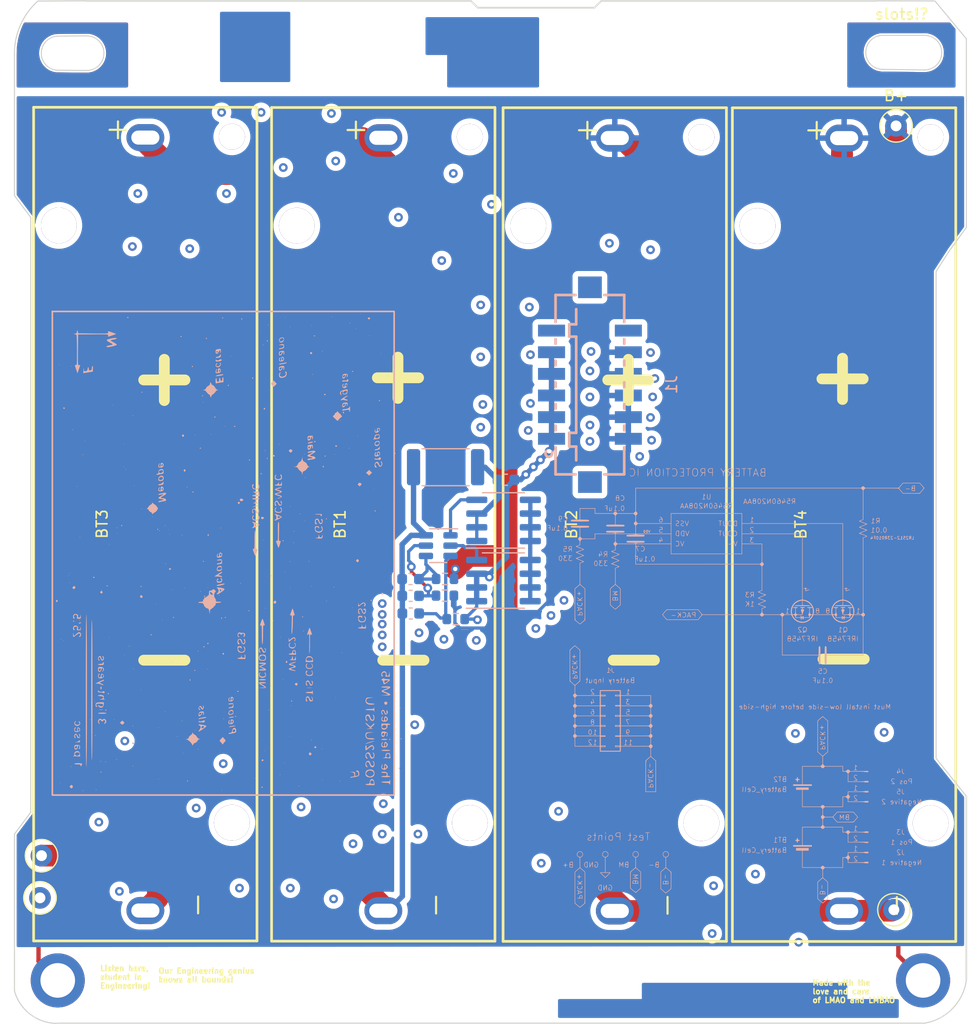
<source format=kicad_pcb>
(kicad_pcb (version 20241229) (generator "pcbnew") (generator_version "9.0")
  (layers (0 "F.Cu" signal) (4 "In1.Cu" signal) (6 "In2.Cu" signal) (2 "B.Cu" signal) (13 "F.Paste" user) (15 "B.Paste" user) (5 "F.SilkS" user "F.Silkscreen") (7 "B.SilkS" user "B.Silkscreen") (1 "F.Mask" user) (3 "B.Mask" user) (25 "Edge.Cuts" user))
  (net 0 "")
  (net 1 "Net-(C5-Pad1)")
  (net 2 "B-")
  (net 3 "Net-(U1-V-)")
  (net 4 "Net-(U1-VC)")
  (net 5 "/VDD")
  (net 6 "PACK-")
  (net 7 "BM")
  (net 8 "PACK+")
  (net 9 "Net-(Q1-G)")
  (net 10 "Net-(Q1-D-Pad5)")
  (net 11 "Net-(Q2-G)")
  (net 12 "Chassis Ground")
  (footprint "" (layer "F.Cu") (at 194.5 131.53)
    (property "Reference" "" (at 0 0 0) (layer "F.SilkS") (effects (font (size 1.27 1.27))))
    (property "Value" "" (at 0 0 0) (layer "F.SilkS") (effects (font (size 1.27 1.27))))
    (pad "1" thru_hole circle (at 0 0) (size 5 5) (drill 3.2) (layers "*.Cu" "*.Mask") (net 12 "Chassis Ground"))
  )
  (footprint "Battery Holders:BAT-TH_BH-18650-A6AJ012_MODIFICATION" (layer "F.Cu") (at 122.6 89.35 90)
    (property "Reference" "BT3" (at 0 -4 90) (layer "F.SilkS"))
    (property "Value" "Battery_Cell")
    (fp_text user "+" (at 35.05 -2.69 90) (layer "F.SilkS") (effects (font (size 2.03 2.03) (thickness 0.2)) (justify left)))
    (fp_text user "-" (at -36.59 4.72 90) (layer "F.SilkS") (effects (font (size 2.03 2.03) (thickness 0.2)) (justify left)))
    (pad "" thru_hole circle (at -27.6 8 90) (size 3.3 3.3) (drill 3.3) (layers "*.Cu" "*.Mask"))
    (pad "" thru_hole circle (at 27.6 -8 90) (size 3.3 3.3) (drill 3.3) (layers "*.Cu" "*.Mask"))
    (pad "" thru_hole circle (at 35.8 8 90) (size 2.4 2.4) (drill 2.4) (layers "*.Cu" "*.Mask"))
    (pad "1" thru_hole oval (at 35.72 0 270) (size 2.5 3.5) (drill oval 1.300023 2.60002) (layers "*.Cu" "*.Mask") (net 7 "BM"))
    (pad "2" thru_hole oval (at -35.72 0 270) (size 2.5 3.5) (drill oval 1.300023 2.60002) (layers "*.Cu" "*.Mask") (net 2 "B-"))
  )
  (footprint "TestPoint:TestPoint_Loop_D1.80mm_Drill1.0mm_Beaded" (layer "F.Cu") (at 113 120)
    (property "Reference" "TP2")
    (property "Value" "B-" (hide yes))
    (pad "1" thru_hole circle (at 0 0) (size 2 2) (drill 1) (layers "*.Cu" "*.Mask") (net 2 "B-"))
  )
  (footprint "TestPoint:TestPoint_Loop_D1.80mm_Drill1.0mm_Beaded" (layer "F.Cu") (at 192 52.55)
    (property "Reference" "TP5")
    (property "Value" "B+" (at 0 -2.8 0) (layer "F.SilkS"))
    (pad "1" thru_hole circle (at 0 0) (size 2 2) (drill 1) (layers "*.Cu" "*.Mask") (net 8 "PACK+"))
  )
  (footprint "Battery Holders:BAT-TH_BH-18650-A6AJ012_MODIFICATION" (layer "F.Cu") (at 144.6 89.37 90)
    (property "Reference" "BT1" (at 0 -4 90) (layer "F.SilkS"))
    (property "Value" "Battery_Cell")
    (fp_text user "-" (at -36.59 4.72 90) (layer "F.SilkS") (effects (font (size 2.03 2.03) (thickness 0.2)) (justify left)))
    (fp_text user "+" (at 35.05 -2.69 90) (layer "F.SilkS") (effects (font (size 2.03 2.03) (thickness 0.2)) (justify left)))
    (pad "" thru_hole circle (at -27.6 8 90) (size 3.3 3.3) (drill 3.3) (layers "*.Cu" "*.Mask"))
    (pad "" thru_hole circle (at 27.6 -8 90) (size 3.3 3.3) (drill 3.3) (layers "*.Cu" "*.Mask"))
    (pad "" thru_hole circle (at 35.8 8 90) (size 2.4 2.4) (drill 2.4) (layers "*.Cu" "*.Mask"))
    (pad "1" thru_hole oval (at 35.72 0 270) (size 2.5 3.5) (drill oval 1.300023 2.60002) (layers "*.Cu" "*.Mask") (net 7 "BM"))
    (pad "2" thru_hole oval (at -35.72 0 270) (size 2.5 3.5) (drill oval 1.300023 2.60002) (layers "*.Cu" "*.Mask") (net 2 "B-"))
  )
  (footprint "Battery Holders:BAT-TH_BH-18650-A6AJ012_MODIFICATION" (layer "F.Cu") (at 166 89.39 90)
    (property "Reference" "BT2" (at 0 -4 90) (layer "F.SilkS"))
    (property "Value" "Battery_Cell")
    (fp_text user "-" (at -36.59 4.72 90) (layer "F.SilkS") (effects (font (size 2.03 2.03) (thickness 0.2)) (justify left)))
    (fp_text user "+" (at 35.05 -2.69 90) (layer "F.SilkS") (effects (font (size 2.03 2.03) (thickness 0.2)) (justify left)))
    (pad "" thru_hole circle (at -27.6 8 90) (size 3.3 3.3) (drill 3.3) (layers "*.Cu" "*.Mask"))
    (pad "" thru_hole circle (at 27.6 -8 90) (size 3.3 3.3) (drill 3.3) (layers "*.Cu" "*.Mask"))
    (pad "" thru_hole circle (at 35.8 8 90) (size 2.4 2.4) (drill 2.4) (layers "*.Cu" "*.Mask"))
    (pad "1" thru_hole oval (at 35.72 0 270) (size 2.5 3.5) (drill oval 1.300023 2.60002) (layers "*.Cu" "*.Mask") (net 8 "PACK+"))
    (pad "2" thru_hole oval (at -35.72 0 270) (size 2.5 3.5) (drill oval 1.300023 2.60002) (layers "*.Cu" "*.Mask") (net 7 "BM"))
  )
  (footprint "" (layer "F.Cu") (at 114.5 131.53)
    (property "Reference" "" (at 0 0 0) (layer "F.SilkS") (effects (font (size 1.27 1.27))))
    (property "Value" "" (at 0 0 0) (layer "F.SilkS") (effects (font (size 1.27 1.27))))
    (pad "1" thru_hole circle (at 0 0) (size 5 5) (drill 3.2) (layers "*.Cu" "*.Mask") (net 12 "Chassis Ground"))
  )
  (footprint "TestPoint:TestPoint_Loop_D1.80mm_Drill1.0mm_Beaded" (layer "F.Cu") (at 112.86 123.9)
    (property "Reference" "TP4")
    (property "Value" "GND" (hide yes))
    (pad "1" thru_hole circle (at 0 0) (size 2 2) (drill 1) (layers "*.Cu" "*.Mask") (net 6 "PACK-"))
  )
  (footprint "TestPoint:TestPoint_Loop_D1.80mm_Drill1.0mm_Beaded" (layer "F.Cu") (at 191.8 125)
    (property "Reference" "TP3")
    (property "Value" "BM" (hide yes))
    (pad "1" thru_hole circle (at 0 0) (size 2 2) (drill 1) (layers "*.Cu" "*.Mask") (net 7 "BM"))
  )
  (footprint "Battery Holders:BAT-TH_BH-18650-A6AJ012_MODIFICATION" (layer "F.Cu") (at 187.2 89.4 90)
    (property "Reference" "BT4" (at 0 -4 90) (layer "F.SilkS"))
    (property "Value" "Battery_Cell")
    (fp_text user "-" (at -36.59 4.72 90) (layer "F.SilkS") (effects (font (size 2.03 2.03) (thickness 0.2)) (justify left)))
    (fp_text user "+" (at 35.05 -2.69 90) (layer "F.SilkS") (effects (font (size 2.03 2.03) (thickness 0.2)) (justify left)))
    (pad "" thru_hole circle (at -27.6 8 90) (size 3.3 3.3) (drill 3.3) (layers "*.Cu" "*.Mask"))
    (pad "" thru_hole circle (at 27.6 -8 90) (size 3.3 3.3) (drill 3.3) (layers "*.Cu" "*.Mask"))
    (pad "" thru_hole circle (at 35.8 8 90) (size 2.4 2.4) (drill 2.4) (layers "*.Cu" "*.Mask"))
    (pad "1" thru_hole oval (at 35.72 0 270) (size 2.5 3.5) (drill oval 1.300023 2.60002) (layers "*.Cu" "*.Mask") (net 8 "PACK+"))
    (pad "2" thru_hole oval (at -35.72 0 270) (size 2.5 3.5) (drill oval 1.300023 2.60002) (layers "*.Cu" "*.Mask") (net 7 "BM"))
  )
  (footprint "Package_SO:SOIC-8_3.9x4.9mm_P1.27mm" (layer "B.Cu") (at 155.705098 94.575999)
    (property "Reference" "Q2" (hide yes))
    (property "Value" "IRF7458")
    (pad "1" smd roundrect (at -2.475 1.905) (size 1.95 0.6) (layers "B.Cu" "B.Mask" "B.Paste") (net 6 "PACK-"))
    (pad "2" smd roundrect (at -2.475 0.635) (size 1.95 0.6) (layers "B.Cu" "B.Mask" "B.Paste") (net 6 "PACK-"))
    (pad "3" smd roundrect (at -2.475 -0.635) (size 1.95 0.6) (layers "B.Cu" "B.Mask" "B.Paste") (net 6 "PACK-"))
    (pad "4" smd roundrect (at -2.475 -1.905) (size 1.95 0.6) (layers "B.Cu" "B.Mask" "B.Paste") (net 11 "Net-(Q2-G)"))
    (pad "5" smd roundrect (at 2.475 -1.905) (size 1.95 0.6) (layers "B.Cu" "B.Mask" "B.Paste") (net 10 "Net-(Q1-D-Pad5)"))
    (pad "6" smd roundrect (at 2.475 -0.635) (size 1.95 0.6) (layers "B.Cu" "B.Mask" "B.Paste") (net 10 "Net-(Q1-D-Pad5)"))
    (pad "7" smd roundrect (at 2.475 0.635) (size 1.95 0.6) (layers "B.Cu" "B.Mask" "B.Paste") (net 10 "Net-(Q1-D-Pad5)"))
    (pad "8" smd roundrect (at 2.475 1.905) (size 1.95 0.6) (layers "B.Cu" "B.Mask" "B.Paste") (net 10 "Net-(Q1-D-Pad5)"))
  )
  (footprint "Resistor_SMD:R_0603_1608Metric" (layer "B.Cu") (at 150.305098 94.426 180)
    (property "Reference" "R4" (hide yes))
    (property "Value" "330")
    (pad "1" smd roundrect (at -0.825 0 180) (size 0.8 0.95) (layers "B.Cu" "B.Mask" "B.Paste") (net 7 "BM"))
    (pad "2" smd roundrect (at 0.825 0 180) (size 0.8 0.95) (layers "B.Cu" "B.Mask" "B.Paste") (net 4 "Net-(U1-VC)"))
  )
  (footprint "Package_TO_SOT_SMD:SOT-23-6" (layer "B.Cu") (at 149.675099 91.346 180)
    (property "Reference" "U1" (hide yes))
    (property "Value" "R5460N208AA")
    (pad "1" smd roundrect (at -1.1375 0.949999 180) (size 1.325 0.6) (layers "B.Cu" "B.Mask" "B.Paste") (net 9 "Net-(Q1-G)"))
    (pad "2" smd roundrect (at -1.1375 0 180) (size 1.325 0.6) (layers "B.Cu" "B.Mask" "B.Paste") (net 11 "Net-(Q2-G)"))
    (pad "3" smd roundrect (at -1.1375 -0.949999 180) (size 1.325 0.6) (layers "B.Cu" "B.Mask" "B.Paste") (net 3 "Net-(U1-V-)"))
    (pad "4" smd roundrect (at 1.1375 -0.949999 180) (size 1.325 0.6) (layers "B.Cu" "B.Mask" "B.Paste") (net 4 "Net-(U1-VC)"))
    (pad "5" smd roundrect (at 1.1375 0 180) (size 1.325 0.6) (layers "B.Cu" "B.Mask" "B.Paste") (net 5 "/VDD"))
    (pad "6" smd roundrect (at 1.1375 0.949999 180) (size 1.325 0.6) (layers "B.Cu" "B.Mask" "B.Paste") (net 2 "B-"))
  )
  (footprint "Resistor_SMD:R_2512_6332Metric" (layer "B.Cu") (at 150.355097 84.095999)
    (property "Reference" "R1" (hide yes))
    (property "Value" "0.01")
    (pad "1" smd roundrect (at -2.9625 0) (size 1.225 3.35) (layers "B.Cu" "B.Mask" "B.Paste") (roundrect_rratio 0.2040816327) (net 2 "B-"))
    (pad "2" smd roundrect (at 2.9625 0) (size 1.225 3.35) (layers "B.Cu" "B.Mask" "B.Paste") (roundrect_rratio 0.2040816327) (net 1 "Net-(C5-Pad1)"))
  )
  (footprint "LOGO" (layer "B.Cu") (at 177.893639 104.638235 180)
    (property "Reference" "G***" (hide yes))
    (property "Value" "LOGO" (hide yes))
  )
  (footprint "Capacitor_SMD:C_0603_1608Metric" (layer "B.Cu") (at 147.135098 97.616)
    (property "Reference" "C7" (hide yes))
    (property "Value" "0.1uF")
    (pad "1" smd roundrect (at -0.775 0) (size 0.9 0.95) (layers "B.Cu" "B.Mask" "B.Paste") (net 2 "B-"))
    (pad "2" smd roundrect (at 0.775 0) (size 0.9 0.95) (layers "B.Cu" "B.Mask" "B.Paste") (net 3 "Net-(U1-V-)"))
  )
  (footprint "LOGO" (layer "B.Cu") (at 132.753208 45.962133 180)
    (property "Reference" "G***" (hide yes))
    (property "Value" "LOGO" (hide yes))
  )
  (footprint "Capacitor_SMD:C_0603_1608Metric" (layer "B.Cu") (at 147.115097 94.435999)
    (property "Reference" "C8" (hide yes))
    (property "Value" "0.1uF")
    (pad "1" smd roundrect (at -0.775 0) (size 0.9 0.95) (layers "B.Cu" "B.Mask" "B.Paste") (net 2 "B-"))
    (pad "2" smd roundrect (at 0.775 0) (size 0.9 0.95) (layers "B.Cu" "B.Mask" "B.Paste") (net 4 "Net-(U1-VC)"))
  )
  (footprint "Resistor_SMD:R_0603_1608Metric" (layer "B.Cu") (at 151.295098 98.136)
    (property "Reference" "R3" (hide yes))
    (property "Value" "1K")
    (pad "1" smd roundrect (at -0.825 0) (size 0.8 0.95) (layers "B.Cu" "B.Mask" "B.Paste") (net 3 "Net-(U1-V-)"))
    (pad "2" smd roundrect (at 0.825 0) (size 0.8 0.95) (layers "B.Cu" "B.Mask" "B.Paste") (net 6 "PACK-"))
  )
  (footprint "Capacitor_SMD:C_0603_1608Metric" (layer "B.Cu") (at 147.125099 95.986)
    (property "Reference" "C9" (hide yes))
    (property "Value" "0.1uF")
    (pad "1" smd roundrect (at -0.775 0) (size 0.9 0.95) (layers "B.Cu" "B.Mask" "B.Paste") (net 2 "B-"))
    (pad "2" smd roundrect (at 0.775 0) (size 0.9 0.95) (layers "B.Cu" "B.Mask" "B.Paste") (net 5 "/VDD"))
  )
  (footprint "LOGO" (layer "B.Cu") (at 130.100293 91.852883 90)
    (property "Reference" "G***" (hide yes))
    (property "Value" "LOGO" (hide yes))
  )
  (footprint "LOGO" (layer "B.Cu") (at 155.493588 102.530471 180)
    (property "Reference" "G***" (hide yes))
    (property "Value" "LOGO" (hide yes))
  )
  (footprint "Package_SO:SOIC-8_3.9x4.9mm_P1.27mm" (layer "B.Cu") (at 155.715099 89.016)
    (property "Reference" "Q1" (hide yes))
    (property "Value" "IRF7458")
    (pad "1" smd roundrect (at -2.475 1.905) (size 1.95 0.6) (layers "B.Cu" "B.Mask" "B.Paste") (net 1 "Net-(C5-Pad1)"))
    (pad "2" smd roundrect (at -2.475 0.635) (size 1.95 0.6) (layers "B.Cu" "B.Mask" "B.Paste") (net 1 "Net-(C5-Pad1)"))
    (pad "3" smd roundrect (at -2.475 -0.635) (size 1.95 0.6) (layers "B.Cu" "B.Mask" "B.Paste") (net 1 "Net-(C5-Pad1)"))
    (pad "4" smd roundrect (at -2.475 -1.905) (size 1.95 0.6) (layers "B.Cu" "B.Mask" "B.Paste") (net 9 "Net-(Q1-G)"))
    (pad "5" smd roundrect (at 2.475 -1.905) (size 1.95 0.6) (layers "B.Cu" "B.Mask" "B.Paste") (net 10 "Net-(Q1-D-Pad5)"))
    (pad "6" smd roundrect (at 2.475 -0.635) (size 1.95 0.6) (layers "B.Cu" "B.Mask" "B.Paste") (net 10 "Net-(Q1-D-Pad5)"))
    (pad "7" smd roundrect (at 2.475 0.635) (size 1.95 0.6) (layers "B.Cu" "B.Mask" "B.Paste") (net 10 "Net-(Q1-D-Pad5)"))
    (pad "8" smd roundrect (at 2.475 1.905) (size 1.95 0.6) (layers "B.Cu" "B.Mask" "B.Paste") (net 10 "Net-(Q1-D-Pad5)"))
  )
  (footprint "DF11:CONN-SMD_12P-P2.00_DF11CZ-12DP" (layer "B.Cu") (at 163.700506 76.46967 90)
    (property "Reference" "J1" (at 0 7.55 270) (layer "B.SilkS") (effects (justify mirror)))
    (property "Value" "Battery Input")
    (pad "1" smd rect (at -5 -3.55 270) (size 1.1 2.5) (layers "B.Cu" "B.Mask" "B.Paste") (net 6 "PACK-"))
    (pad "2" smd rect (at -5 3.55 270) (size 1.1 2.5) (layers "B.Cu" "B.Mask" "B.Paste") (net 8 "PACK+"))
    (pad "3" smd rect (at -3 -3.55 270) (size 1.1 2.5) (layers "B.Cu" "B.Mask" "B.Paste") (net 6 "PACK-"))
    (pad "4" smd rect (at -3 3.55 270) (size 1.1 2.5) (layers "B.Cu" "B.Mask" "B.Paste") (net 8 "PACK+"))
    (pad "5" smd rect (at -1 -3.55 270) (size 1.1 2.5) (layers "B.Cu" "B.Mask" "B.Paste") (net 6 "PACK-"))
    (pad "6" smd rect (at -1 3.55 270) (size 1.1 2.5) (layers "B.Cu" "B.Mask" "B.Paste") (net 8 "PACK+"))
    (pad "7" smd rect (at 1 -3.55 270) (size 1.1 2.5) (layers "B.Cu" "B.Mask" "B.Paste") (net 6 "PACK-"))
    (pad "8" smd rect (at 1 3.55 270) (size 1.1 2.5) (layers "B.Cu" "B.Mask" "B.Paste") (net 8 "PACK+"))
    (pad "9" smd rect (at 3 -3.55 270) (size 1.1 2.5) (layers "B.Cu" "B.Mask" "B.Paste") (net 6 "PACK-"))
    (pad "10" smd rect (at 3 3.55 270) (size 1.1 2.5) (layers "B.Cu" "B.Mask" "B.Paste") (net 8 "PACK+"))
    (pad "11" smd rect (at 5 -3.55 270) (size 1.1 2.5) (layers "B.Cu" "B.Mask" "B.Paste"))
    (pad "12" smd rect (at 5 3.55 270) (size 1.1 2.5) (layers "B.Cu" "B.Mask" "B.Paste"))
    (pad "13" smd rect (at 9 0 270) (size 2 2.2) (layers "B.Cu" "B.Mask" "B.Paste"))
    (pad "14" smd rect (at -9 0 270) (size 2 2.2) (layers "B.Cu" "B.Mask" "B.Paste"))
  )
  (footprint "Resistor_SMD:R_0603_1608Metric" (layer "B.Cu") (at 150.295097 95.965999 180)
    (property "Reference" "R5" (hide yes))
    (property "Value" "330")
    (pad "1" smd roundrect (at -0.825 0 180) (size 0.8 0.95) (layers "B.Cu" "B.Mask" "B.Paste") (net 8 "PACK+"))
    (pad "2" smd roundrect (at 0.825 0 180) (size 0.8 0.95) (layers "B.Cu" "B.Mask" "B.Paste") (net 5 "/VDD"))
  )
  (footprint "Capacitor_SMD:C_0603_1608Metric" (layer "B.Cu") (at 155.935097 85.255999)
    (property "Reference" "C5" (hide yes))
    (property "Value" "0.1uF")
    (pad "1" smd roundrect (at -0.775 0) (size 0.9 0.95) (layers "B.Cu" "B.Mask" "B.Paste") (net 1 "Net-(C5-Pad1)"))
    (pad "2" smd roundrect (at 0.775 0) (size 0.9 0.95) (layers "B.Cu" "B.Mask" "B.Paste") (net 6 "PACK-"))
  )
  (gr_rect (start 114 69.7) (end 145.6 114.4) (stroke (width 0.15)) (fill no) (layer "B.SilkS"))
  (gr_line (start 190.158162 40.989322) (end 195.598162 41.004322) (stroke (width 0.1)) (layer "Edge.Cuts"))
  (gr_line (start 195.7 111) (end 195.7 66) (stroke (width 0.1)) (layer "Edge.Cuts"))
  (gr_line (start 117.133162 40.989322) (end 120.308162 40.989322) (stroke (width 0.15)) (layer "Edge.Cuts"))
  (gr_line (start 195.7 66) (end 197 64) (stroke (width 0.1)) (layer "Edge.Cuts"))
  (gr_arc (start 110.5 46) (mid 111.034894 43.270084) (end 112.66352 41.014845) (stroke (width 0.1)) (layer "Edge.Cuts"))
  (gr_line (start 110.5 118) (end 112 116) (stroke (width 0.1)) (layer "Edge.Cuts"))
  (gr_line (start 164.123162 41.624322) (end 164.758162 40.989322) (stroke (width 0.15)) (layer "Edge.Cuts"))
  (gr_arc (start 117.173162 44.229322) (mid 118.773158 45.829322) (end 117.173162 47.429322) (stroke (width 0.1)) (layer "Edge.Cuts"))
  (gr_line (start 198.5 61.944322) (end 198.5 44.5) (stroke (width 0.1)) (layer "Edge.Cuts"))
  (gr_line (start 112.66352 41.014845) (end 117.133162 40.989322) (stroke (width 0.1)) (layer "Edge.Cuts"))
  (gr_line (start 110.5 46) (end 110.5 59) (stroke (width 0.1)) (layer "Edge.Cuts"))
  (gr_line (start 197 64) (end 198.5 61.944322) (stroke (width 0.1)) (layer "Edge.Cuts"))
  (gr_line (start 153.328162 41.624322) (end 152.693162 40.989322) (stroke (width 0.15)) (layer "Edge.Cuts"))
  (gr_line (start 198.5 131.499996) (end 198.5 114.5) (stroke (width 0.15)) (layer "Edge.Cuts"))
  (gr_line (start 190.773162 47.329322) (end 194.623162 47.379322) (stroke (width 0.1)) (layer "Edge.Cuts"))
  (gr_arc (start 198.5 131.5) (mid 197.176415 134.176415) (end 194.5 135.5) (stroke (width 0.1)) (layer "Edge.Cuts"))
  (gr_line (start 112 116) (end 112 61) (stroke (width 0.1)) (layer "Edge.Cuts"))
  (gr_line (start 194.5 135.5) (end 114.5 135.5) (stroke (width 0.15)) (layer "Edge.Cuts"))
  (gr_line (start 110.5 118) (end 110.5 132.5) (stroke (width 0.1)) (layer "Edge.Cuts"))
  (gr_line (start 114.472939 44.255106) (end 117.173162 44.229322) (stroke (width 0.1)) (layer "Edge.Cuts"))
  (gr_line (start 112 61) (end 110.5 59) (stroke (width 0.1)) (layer "Edge.Cuts"))
  (gr_line (start 195.598162 41.004322) (end 198.5 44.5) (stroke (width 0.1)) (layer "Edge.Cuts"))
  (gr_line (start 164.758162 40.989322) (end 190.158162 40.989322) (stroke (width 0.15)) (layer "Edge.Cuts"))
  (gr_line (start 194.623162 44.179322) (end 190.823137 44.180115) (stroke (width 0.1)) (layer "Edge.Cuts"))
  (gr_line (start 152.693162 40.989322) (end 120.308162 40.989322) (stroke (width 0.15)) (layer "Edge.Cuts"))
  (gr_arc (start 114.5 135.5) (mid 111.987619 134.683175) (end 110.5 132.5) (stroke (width 0.1)) (layer "Edge.Cuts"))
  (gr_arc (start 194.623162 44.179322) (mid 196.223158 45.779322) (end 194.623162 47.379322) (stroke (width 0.1)) (layer "Edge.Cuts"))
  (gr_arc (start 114.422964 47.404313) (mid 112.978754 45.806395) (end 114.472939 44.255106) (stroke (width 0.1)) (layer "Edge.Cuts"))
  (gr_arc (start 190.773162 47.329322) (mid 189.198356 45.729331) (end 190.823137 44.180115) (stroke (width 0.1)) (layer "Edge.Cuts"))
  (gr_line (start 198.5 114.5) (end 195.7 111) (stroke (width 0.1)) (layer "Edge.Cuts"))
  (gr_line (start 114.422964 47.404313) (end 117.173162 47.429322) (stroke (width 0.1)) (layer "Edge.Cuts"))
  (gr_line (start 164.123162 41.624322) (end 153.328162 41.624322) (stroke (width 0.15)) (layer "Edge.Cuts"))
  (gr_text "+" (at 120.6 78.6 0) (layer "F.SilkS") (effects (font (size 5 5) (thickness 1) (bold yes)) (justify left bottom)))
  (gr_text "-" (at 164 104.5 0) (layer "F.SilkS") (effects (font (size 5 5) (thickness 1) (bold yes)) (justify left bottom)))
  (gr_text "+" (at 163.5 78.6 0) (layer "F.SilkS") (effects (font (size 5 5) (thickness 1) (bold yes)) (justify left bottom)))
  (gr_text "-" (at 120.6 104.5 0) (layer "F.SilkS") (effects (font (size 5 5) (thickness 1) (bold yes)) (justify left bottom)))
  (gr_text "slots!?" (at 189.96 42.81 0) (layer "F.SilkS") (effects (font (size 1 1)) (justify left bottom)))
  (gr_text "Listen here,\nstudent in\nEngineering!" (at 118.35 132.32 0) (layer "F.SilkS") (effects (font (size 0.5 0.5) (thickness 0.125)) (justify left bottom)))
  (gr_text "Our Engineering genius\nknows all bounds!" (at 123.75 131.75 0) (layer "F.SilkS") (effects (font (size 0.5 0.5) (thickness 0.125)) (justify left bottom)))
  (gr_text "-" (at 142.7 104.5 0) (layer "F.SilkS") (effects (font (size 5 5) (thickness 1) (bold yes)) (justify left bottom)))
  (gr_text "+" (at 183.3 78.5 0) (layer "F.SilkS") (effects (font (size 5 5) (thickness 1) (bold yes)) (justify left bottom)))
  (gr_text "-" (at 183.4 104.4 0) (layer "F.SilkS") (effects (font (size 5 5) (thickness 1) (bold yes)) (justify left bottom)))
  (gr_text "+" (at 142.2 78.4 0) (layer "F.SilkS") (effects (font (size 5 5) (thickness 1) (bold yes)) (justify left bottom)))
  (gr_text "Made with the \nlove and care \nof LMAO and LMBAO" (at 184.21 133.65 0) (layer "F.SilkS") (effects (font (size 0.5 0.5) (thickness 0.125)) (justify left bottom)))
  (segment (start 153.240099 89.651) (end 153.240099 88.381) (width 0.3) (layer "B.Cu") (net 1))
  (segment (start 153.240099 88.381) (end 153.799199 88.381) (width 0.5) (layer "B.Cu") (net 1))
  (segment (start 153.240099 90.921) (end 153.240099 89.651) (width 0.3) (layer "B.Cu") (net 1))
  (segment (start 155.25 85.345902) (end 155.160097 85.255999) (width 0.5) (layer "B.Cu") (net 1))
  (segment (start 153.799199 88.381) (end 155.25 86.930199) (width 0.5) (layer "B.Cu") (net 1))
  (segment (start 153.317597 84.095999) (end 154.000097 84.095999) (width 0.3) (layer "B.Cu") (net 1))
  (segment (start 155.160097 85.255999) (end 154.000097 84.095999) (width 0.5) (layer "B.Cu") (net 1))
  (segment (start 155.25 86.930199) (end 155.25 85.345902) (width 0.5) (layer "B.Cu") (net 1))
  (segment (start 123.75 123.92) (end 122.6 125.07) (width 2) (layer "F.Cu") (net 2))
  (segment (start 140.864156 121) (end 123.75 121) (width 2) (layer "F.Cu") (net 2))
  (segment (start 123.75 121) (end 122.75 120) (width 2) (layer "F.Cu") (net 2))
  (segment (start 123.75 121) (end 123.75 123.92) (width 2) (layer "F.Cu") (net 2))
  (segment (start 144.75 124.885844) (end 140.864156 121) (width 2) (layer "F.Cu") (net 2))
  (segment (start 122.75 120) (end 113 120) (width 2) (layer "F.Cu") (net 2))
  (segment (start 144.75 124.9) (end 144.75 124.885844) (width 2) (layer "F.Cu") (net 2))
  (segment (start 146.360098 97.616) (end 146.360098 95.995999) (width 0.5) (layer "B.Cu") (net 2))
  (segment (start 146.360098 95.995999) (end 146.350099 95.986) (width 0.5) (layer "B.Cu") (net 2))
  (segment (start 147.392597 89.250999) (end 147.392597 84.095999) (width 0.5) (layer "B.Cu") (net 2))
  (segment (start 146.340097 94.435999) (end 146.340097 91.231839) (width 0.5) (layer "B.Cu") (net 2))
  (segment (start 146.360098 97.616) (end 146.360098 123.749902) (width 0.5) (layer "B.Cu") (net 2))
  (segment (start 147.175935 90.396001) (end 148.537599 90.396001) (width 0.5) (layer "B.Cu") (net 2))
  (segment (start 146.360098 123.749902) (end 145 125.11) (width 0.5) (layer "B.Cu") (net 2))
  (segment (start 148.537599 90.396001) (end 147.392597 89.250999) (width 0.5) (layer "B.Cu") (net 2))
  (segment (start 146.340097 91.231839) (end 147.175935 90.396001) (width 0.5) (layer "B.Cu") (net 2))
  (segment (start 146.350099 95.986) (end 146.350099 94.446001) (width 0.5) (layer "B.Cu") (net 2))
  (segment (start 146.350099 94.446001) (end 146.340097 94.435999) (width 0.5) (layer "B.Cu") (net 2))
  (segment (start 150.369097 98.034999) (end 150.470098 98.136) (width 0.3) (layer "B.Cu") (net 3))
  (segment (start 149.470098 97.636) (end 147.930098 97.636) (width 0.3) (layer "B.Cu") (net 3))
  (segment (start 147.930098 97.636) (end 147.910098 97.616) (width 0.3) (layer "B.Cu") (net 3))
  (segment (start 149.869097 98.034999) (end 150.369097 98.034999) (width 0.3) (layer "B.Cu") (net 3))
  (segment (start 149.869097 98.034999) (end 149.470098 97.636) (width 0.3) (layer "B.Cu") (net 3))
  (segment (start 150.369097 92.739501) (end 150.369097 98.034999) (width 0.3) (layer "B.Cu") (net 3))
  (segment (start 150.812599 92.295999) (end 150.369097 92.739501) (width 0.3) (layer "B.Cu") (net 3))
  (segment (start 148.537599 93.079159) (end 148.640188 93.181748) (width 0.3) (layer "B.Cu") (net 4))
  (segment (start 148.537599 92.295999) (end 148.537599 93.079159) (width 0.3) (layer "B.Cu") (net 4))
  (segment (start 148.640188 93.181748) (end 148.640188 93.685908) (width 0.3) (layer "B.Cu") (net 4))
  (segment (start 147.890097 94.435999) (end 149.470099 94.435999) (width 0.3) (layer "B.Cu") (net 4))
  (segment (start 149.480098 94.021658) (end 149.480098 94.426) (width 0.3) (layer "B.Cu") (net 4))
  (segment (start 148.640188 93.685908) (end 147.890097 94.435999) (width 0.3) (layer "B.Cu") (net 4))
  (segment (start 149.470099 94.435999) (end 149.480098 94.426) (width 0.3) (layer "B.Cu") (net 4))
  (segment (start 148.537599 93.079159) (end 149.480098 94.021658) (width 0.3) (layer "B.Cu") (net 4))
  (segment (start 147.190097 93.752997) (end 148.70556 95.26846) (width 0.3) (layer "F.Cu") (net 5))
  (segment (start 147.190097 93.301507) (end 147.190097 93.752997) (width 0.3) (layer "F.Cu") (net 5))
  (via (at 147.190097 93.301507) (size 0.8) (drill 0.4) (layers "F.Cu" "B.Cu") (net 5))
  (via (at 148.70556 95.26846) (size 0.8) (drill 0.4) (layers "F.Cu" "B.Cu") (net 5))
  (segment (start 147.900099 95.986) (end 148.770429 95.986) (width 0.3) (layer "B.Cu") (net 5))
  (segment (start 148.770429 95.986) (end 149.450096 95.986) (width 0.3) (layer "B.Cu") (net 5))
  (segment (start 147.190097 92.971175) (end 146.941097 92.722175) (width 0.3) (layer "B.Cu") (net 5))
  (segment (start 148.770429 95.986) (end 148.770429 95.333329) (width 0.3) (layer "B.Cu") (net 5))
  (segment (start 147.475936 91.346) (end 148.537599 91.346) (width 0.3) (layer "B.Cu") (net 5))
  (segment (start 146.941097 91.880839) (end 147.475936 91.346) (width 0.3) (layer "B.Cu") (net 5))
  (segment (start 148.770429 95.333329) (end 148.70556 95.26846) (width 0.3) (layer "B.Cu") (net 5))
  (segment (start 147.190097 93.301507) (end 147.190097 92.971175) (width 0.3) (layer "B.Cu") (net 5))
  (segment (start 149.450096 95.986) (end 149.470097 95.965999) (width 0.3) (layer "B.Cu") (net 5))
  (segment (start 146.941097 92.722175) (end 146.941097 91.880839) (width 0.3) (layer "B.Cu") (net 5))
  (via (at 121.9 58.8) (size 0.8) (drill 0.4) (layers "F.Cu" "B.Cu") (net 6))
  (via (at 182.7 108.7) (size 0.8) (drill 0.4) (layers "F.Cu" "B.Cu") (net 6))
  (via (at 139.8 51.4) (size 0.8) (drill 0.4) (layers "F.Cu" "B.Cu") (net 6))
  (via (at 163.7 77.6) (size 0.8) (drill 0.4) (layers "F.Cu" "B.Cu") (net 6))
  (via (at 169.3 64) (size 0.8) (drill 0.4) (layers "F.Cu" "B.Cu") (net 6))
  (via (at 144.5 99.6) (size 0.8) (drill 0.4) (layers "F.Cu" "B.Cu") (net 6))
  (via (at 158 80.7) (size 0.8) (drill 0.4) (layers "F.Cu" "B.Cu") (net 6))
  (via (at 158.2 78.2) (size 0.8) (drill 0.4) (layers "F.Cu" "B.Cu") (net 6))
  (via (at 169.7 75.9) (size 0.8) (drill 0.4) (layers "F.Cu" "B.Cu") (net 6))
  (via (at 179 121.7) (size 0.8) (drill 0.4) (layers "F.Cu" "B.Cu") (net 6))
  (via (at 144.5 100.7) (size 0.8) (drill 0.4) (layers "F.Cu" "B.Cu") (net 6))
  (via (at 146 61) (size 0.8) (drill 0.4) (layers "F.Cu" "B.Cu") (net 6))
  (via (at 129.8 111.5) (size 0.8) (drill 0.4) (layers "F.Cu" "B.Cu") (net 6))
  (via (at 183 128) (size 0.8) (drill 0.4) (layers "F.Cu" "B.Cu") (net 6))
  (via (at 163.7 75.2) (size 0.8) (drill 0.4) (layers "F.Cu" "B.Cu") (net 6))
  (via (at 163.7 80.2) (size 0.8) (drill 0.4) (layers "F.Cu" "B.Cu") (net 6))
  (via (at 147.8 118) (size 0.8) (drill 0.4) (layers "F.Cu" "B.Cu") (net 6))
  (via (at 147.5 107.9) (size 0.8) (drill 0.4) (layers "F.Cu" "B.Cu") (net 6))
  (via (at 161.3 96.4) (size 0.8) (drill 0.4) (layers "F.Cu" "B.Cu") (net 6))
  (via (at 168.3 83.1) (size 0.8) (drill 0.4) (layers "F.Cu" "B.Cu") (net 6))
  (via (at 137 115.5) (size 0.8) (drill 0.4) (layers "F.Cu" "B.Cu") (net 6))
  (via (at 153.6 69.1) (size 0.8) (drill 0.4) (layers "F.Cu" "B.Cu") (net 6))
  (via (at 118.3 116.9) (size 0.8) (drill 0.4) (layers "F.Cu" "B.Cu") (net 6))
  (via (at 126.7 63.9) (size 0.8) (drill 0.4) (layers "F.Cu" "B.Cu") (net 6))
  (via (at 141.8 118.9) (size 0.8) (drill 0.4) (layers "F.Cu" "B.Cu") (net 6))
  (via (at 165.5 63.4) (size 0.8) (drill 0.4) (layers "F.Cu" "B.Cu") (net 6))
  (via (at 157.775506 84.775506) (size 0.8) (drill 0.4) (layers "F.Cu" "B.Cu") (net 6))
  (via (at 175.13293 122.786059) (size 0.8) (drill 0.4) (layers "F.Cu" "B.Cu") (net 6))
  (via (at 158.7 99) (size 0.8) (drill 0.4) (layers "F.Cu" "B.Cu") (net 6))
  (via (at 159.925506 82.625506) (size 0.8) (drill 0.4) (layers "F.Cu" "B.Cu") (net 6))
  (via (at 153.2 100.1) (size 0.8) (drill 0.4) (layers "F.Cu" "B.Cu") (net 6))
  (via (at 169.5 77.6) (size 0.8) (drill 0.4) (layers "F.Cu" "B.Cu") (net 6))
  (via (at 150.2 100) (size 0.8) (drill 0.4) (layers "F.Cu" "B.Cu") (net 6))
  (via (at 190.9 108.6) (size 0.8) (drill 0.4) (layers "F.Cu" "B.Cu") (net 6))
  (via (at 130.1 58.8) (size 0.8) (drill 0.4) (layers "F.Cu" "B.Cu") (net 6))
  (via (at 121.4 63.7) (size 0.8) (drill 0.4) (layers "F.Cu" "B.Cu") (net 6))
  (via (at 151.070035 56.9494) (size 0.8) (drill 0.4) (layers "F.Cu" "B.Cu") (net 6))
  (via (at 140.2 55.8) (size 0.8) (drill 0.4) (layers "F.Cu" "B.Cu") (net 6))
  (via (at 160.8 115.9) (size 0.8) (drill 0.4) (layers "F.Cu" "B.Cu") (net 6))
  (via (at 131.3 123) (size 0.8) (drill 0.4) (layers "F.Cu" "B.Cu") (net 6))
  (via (at 154.4 94.25) (size 0.8) (drill 0.4) (layers "F.Cu" "B.Cu") (net 6))
  (via (at 169.3 79.5) (size 0.8) (drill 0.4) (layers "F.Cu" "B.Cu") (net 6))
  (via (at 136 123) (size 0.8) (drill 0.4) (layers "F.Cu" "B.Cu") (net 6))
  (via (at 135.35 56.4) (size 0.8) (drill 0.4) (layers "F.Cu" "B.Cu") (net 6))
  (via (at 153.6 73.9) (size 0.8) (drill 0.4) (layers "F.Cu" "B.Cu") (net 6))
  (via (at 154.6 59.8) (size 0.8) (drill 0.4) (layers "F.Cu" "B.Cu") (net 6))
  (via (at 175 127.2) (size 0.8) (drill 0.4) (layers "F.Cu" "B.Cu") (net 6))
  (via (at 159.2 120.7) (size 0.8) (drill 0.4) (layers "F.Cu" "B.Cu") (net 6))
  (via (at 153.3 98.2) (size 0.8) (drill 0.4) (layers "F.Cu" "B.Cu") (net 6))
  (via (at 144.5 118) (size 0.8) (drill 0.4) (layers "F.Cu" "B.Cu") (net 6))
  (via (at 153.8 78.3) (size 0.8) (drill 0.4) (layers "F.Cu" "B.Cu") (net 6))
  (via (at 120.7 109.4) (size 0.8) (drill 0.4) (layers "F.Cu" "B.Cu") (net 6))
  (via (at 147.9 99.4) (size 0.8) (drill 0.4) (layers "F.Cu" "B.Cu") (net 6))
  (via (at 160.1 97.8) (size 0.8) (drill 0.4) (layers "F.Cu" "B.Cu") (net 6))
  (via (at 169.3 73.5) (size 0.8) (drill 0.4) (layers "F.Cu" "B.Cu") (net 6))
  (via (at 129.65 51.3) (size 0.8) (drill 0.4) (layers "F.Cu" "B.Cu") (net 6))
  (via (at 120.2 123.3) (size 0.8) (drill 0.4) (layers "F.Cu" "B.Cu") (net 6))
  (via (at 158.1 69.3) (size 0.8) (drill 0.4) (layers "F.Cu" "B.Cu") (net 6))
  (via (at 127.3 115.6) (size 0.8) (drill 0.4) (layers "F.Cu" "B.Cu") (net 6))
  (via (at 133.3 51.3) (size 0.8) (drill 0.4) (layers "F.Cu" "B.Cu") (net 6))
  (via (at 153.6 80.4) (size 0.8) (drill 0.4) (layers "F.Cu" "B.Cu") (net 6))
  (via (at 144.5 98.6) (size 0.8) (drill 0.4) (layers "F.Cu" "B.Cu") (net 6))
  (via (at 150 65) (size 0.8) (drill 0.4) (layers "F.Cu" "B.Cu") (net 6))
  (via (at 169.4 81.6) (size 0.8) (drill 0.4) (layers "F.Cu" "B.Cu") (net 6))
  (via (at 144.5 96.7) (size 0.8) (drill 0.4) (layers "F.Cu" "B.Cu") (net 6))
  (via (at 144.5 97.7) (size 0.8) (drill 0.4) (layers "F.Cu" "B.Cu") (net 6))
  (via (at 163.8 73.4) (size 0.8) (drill 0.4) (layers "F.Cu" "B.Cu") (net 6))
  (via (at 158.475506 84.075506) (size 0.8) (drill 0.4) (layers "F.Cu" "B.Cu") (net 6))
  (via (at 159.125506 83.425506) (size 0.8) (drill 0.4) (layers "F.Cu" "B.Cu") (net 6))
  (via (at 158.2 73.7) (size 0.8) (drill 0.4) (layers "F.Cu" "B.Cu") (net 6))
  (via (at 144.6 115.2) (size 0.8) (drill 0.4) (layers "F.Cu" "B.Cu") (net 6))
  (via (at 140 124) (size 0.8) (drill 0.4) (layers "F.Cu" "B.Cu") (net 6))
  (via (at 163.7 81.7) (size 0.8) (drill 0.4) (layers "F.Cu" "B.Cu") (net 6))
  (segment (start 160.150506 77.46967) (end 160.150506 76) (width 0.5) (layer "B.Cu") (net 6))
  (segment (start 159.925506 82.625506) (end 160.150506 82.400506) (width 0.5) (layer "B.Cu") (net 6))
  (segment (start 160.150506 76) (end 160.150506 75.46967) (width 0.5) (layer "B.Cu") (net 6))
  (segment (start 158.475506 84.075506) (end 159.125506 83.425506) (width 0.5) (layer "B.Cu") (net 6))
  (segment (start 153.236 98.136) (end 153.3 98.2) (width 0.3) (layer "B.Cu") (net 6))
  (segment (start 153.230098 97.026) (end 153.230098 96.480999) (width 0.3) (layer "B.Cu") (net 6))
  (segment (start 154.4 94.25) (end 154.090999 93.940999) (width 0.5) (layer "B.Cu") (net 6))
  (segment (start 160.150506 79.46967) (end 160.150506 77.46967) (width 0.5) (layer "B.Cu") (net 6))
  (segment (start 154.090999 93.940999) (end 153.230098 93.940999) (width 0.5) (layer "B.Cu") (net 6))
  (segment (start 160.150506 82.400506) (end 160.150506 81.46967) (width 0.5) (layer "B.Cu") (net 6))
  (segment (start 152.120098 98.136) (end 153.230098 97.026) (width 0.3) (layer "B.Cu") (net 6))
  (segment (start 156 85.966096) (end 156.710097 85.255999) (width 0.5) (layer "B.Cu") (net 6))
  (segment (start 160.150506 81.46967) (end 160.150506 79.46967) (width 0.5) (layer "B.Cu") (net 6))
  (segment (start 157.295013 85.255999) (end 156.710097 85.255999) (width 0.5) (layer "B.Cu") (net 6))
  (segment (start 159.125506 83.425506) (end 159.925506 82.625506) (width 0.5) (layer "B.Cu") (net 6))
  (segment (start 153.230098 93.940999) (end 154.459001 93.940999) (width 0.5) (layer "B.Cu") (net 6))
  (segment (start 156 92.4) (end 156 85.966096) (width 0.5) (layer "B.Cu") (net 6))
  (segment (start 157.775506 84.775506) (end 157.295013 85.255999) (width 0.5) (layer "B.Cu") (net 6))
  (segment (start 154.459001 93.940999) (end 156 92.4) (width 0.5) (layer "B.Cu") (net 6))
  (segment (start 152.120098 98.136) (end 153.236 98.136) (width 0.3) (layer "B.Cu") (net 6))
  (segment (start 153.230098 95.210999) (end 153.230098 96.480999) (width 0.5) (layer "B.Cu") (net 6))
  (segment (start 153.230098 93.940999) (end 153.230098 95.210999) (width 0.5) (layer "B.Cu") (net 6))
  (segment (start 157.775506 84.775506) (end 158.475506 84.075506) (width 0.5) (layer "B.Cu") (net 6))
  (segment (start 160.150506 76) (end 160.150506 73.46967) (width 0.5) (layer "B.Cu") (net 6))
  (segment (start 144 55) (end 142.67 53.67) (width 2) (layer "F.Cu") (net 7))
  (segment (start 167 125.11) (end 178.64 125.11) (width 2) (layer "F.Cu") (net 7))
  (segment (start 131.791894 57) (end 125.55 57) (width 2) (layer "F.Cu") (net 7))
  (segment (start 144 54.25) (end 144.6 53.65) (width 2) (layer "F.Cu") (net 7))
  (segment (start 156 67) (end 144 55) (width 2) (layer "F.Cu") (net 7))
  (segment (start 187 125.09) (end 191.59 125.09) (width 2) (layer "F.Cu") (net 7))
  (segment (start 144 55) (end 144 54.25) (width 2) (layer "F.Cu") (net 7))
  (segment (start 156 92.3) (end 156 67) (width 2) (layer "F.Cu") (net 7))
  (segment (start 156 92.3) (end 156 114.11) (width 2) (layer "F.Cu") (net 7))
  (segment (start 178.66 125.09) (end 187 125.09) (width 2) (layer "F.Cu") (net 7))
  (segment (start 156 92.3) (end 152.45 92.3) (width 2) (layer "F.Cu") (net 7))
  (segment (start 135.05 53.67) (end 135.05 53.741894) (width 2) (layer "F.Cu") (net 7))
  (segment (start 125.55 57) (end 122.4 53.85) (width 2) (layer "F.Cu") (net 7))
  (segment (start 142.67 53.67) (end 135.05 53.67) (width 2) (layer "F.Cu") (net 7))
  (segment (start 135.05 53.741894) (end 131.791894 57) (width 2) (layer "F.Cu") (net 7))
  (segment (start 156 114.11) (end 167 125.11) (width 2) (layer "F.Cu") (net 7))
  (segment (start 178.64 125.11) (end 178.66 125.09) (width 2) (layer "F.Cu") (net 7))
  (segment (start 152.45 92.3) (end 151.25 93.5) (width 2) (layer "F.Cu") (net 7))
  (via (at 151.25 93.5) (size 0.8) (drill 0.4) (layers "F.Cu" "B.Cu") (net 7))
  (segment (start 151.130098 93.619902) (end 151.25 93.5) (width 0.3) (layer "B.Cu") (net 7))
  (segment (start 151.130098 94.426) (end 151.130098 93.619902) (width 0.3) (layer "B.Cu") (net 7))
  (segment (start 187 57) (end 189 57) (width 2) (layer "F.Cu") (net 8))
  (segment (start 170 57) (end 166.85 53.85) (width 2) (layer "F.Cu") (net 8))
  (segment (start 192 54) (end 192 52.55) (width 2) (layer "F.Cu") (net 8))
  (segment (start 185.35 57) (end 187 57) (width 2) (layer "F.Cu") (net 8))
  (segment (start 187 55.18) (end 187 53.65) (width 2) (layer "F.Cu") (net 8))
  (segment (start 185.35 57) (end 170 57) (width 2) (layer "F.Cu") (net 8))
  (segment (start 187 55.18) (end 187.02 55.18) (width 2) (layer "F.Cu") (net 8))
  (segment (start 189 57) (end 192 54) (width 2) (layer "F.Cu") (net 8))
  (segment (start 187 55.18) (end 187 57) (width 2) (layer "F.Cu") (net 8))
  (segment (start 151.221098 97.127226) (end 151.221098 98.496774) (width 0.3) (layer "B.Cu") (net 8))
  (segment (start 151.686324 98.962) (end 157.386774 98.962) (width 0.3) (layer "B.Cu") (net 8))
  (segment (start 157.386774 98.962) (end 157.674387 98.674387) (width 0.3) (layer "B.Cu") (net 8))
  (segment (start 151.221098 98.496774) (end 151.686324 98.962) (width 0.3) (layer "B.Cu") (net 8))
  (segment (start 151 96.086096) (end 151 96.906128) (width 0.3) (layer "B.Cu") (net 8))
  (segment (start 157.598775 98.75) (end 157.674387 98.674387) (width 0.3) (layer "B.Cu") (net 8))
  (segment (start 167.250506 89.098269) (end 167.250506 81.46967) (width 0.3) (layer "B.Cu") (net 8))
  (segment (start 151.120097 95.965999) (end 151 96.086096) (width 0.3) (layer "B.Cu") (net 8))
  (segment (start 157.674387 98.674387) (end 167.250506 89.098269) (width 0.3) (layer "B.Cu") (net 8))
  (segment (start 151 96.906128) (end 151.221098 97.127226) (width 0.3) (layer "B.Cu") (net 8))
  (segment (start 151.75 87.111) (end 153.240099 87.111) (width 0.3) (layer "B.Cu") (net 9))
  (segment (start 150.812599 88.048401) (end 151.75 87.111) (width 0.3) (layer "B.Cu") (net 9))
  (segment (start 150.812599 90.396001) (end 150.812599 88.048401) (width 0.3) (layer "B.Cu") (net 9))
  (segment (start 158.180098 96.480999) (end 158.180098 95.210999) (width 0.4) (layer "B.Cu") (net 10))
  (segment (start 158.190099 89.651) (end 158.190099 88.381) (width 0.4) (layer "B.Cu") (net 10))
  (segment (start 158.180098 95.210999) (end 158.180098 93.940999) (width 0.4) (layer "B.Cu") (net 10))
  (segment (start 158.190099 90.921) (end 158.190099 89.651) (width 0.4) (layer "B.Cu") (net 10))
  (segment (start 158.180098 93.940999) (end 158.180098 92.670999) (width 0.4) (layer "B.Cu") (net 10))
  (segment (start 158.180098 92.670999) (end 158.180098 90.931001) (width 0.4) (layer "B.Cu") (net 10))
  (segment (start 158.190099 88.381) (end 158.190099 87.111) (width 0.4) (layer "B.Cu") (net 10))
  (segment (start 158.180098 90.931001) (end 158.190099 90.921) (width 0.4) (layer "B.Cu") (net 10))
  (segment (start 153.230098 91.730098) (end 153.072 91.572) (width 0.3) (layer "B.Cu") (net 11))
  (segment (start 153.072 91.572) (end 152.203421 91.572) (width 0.3) (layer "B.Cu") (net 11))
  (segment (start 152.203421 91.572) (end 151.977421 91.346) (width 0.3) (layer "B.Cu") (net 11))
  (segment (start 153.230098 92.670999) (end 153.230098 91.730098) (width 0.3) (layer "B.Cu") (net 11))
  (segment (start 151.977421 91.346) (end 150.812599 91.346) (width 0.3) (layer "B.Cu") (net 11))
  (segment (start 192.21 127.29) (end 192.21 129.24) (width 0.4) (layer "F.Cu") (net 12))
  (segment (start 112.725 127.54) (end 112.725 129.755) (width 0.4) (layer "F.Cu") (net 12))
  (segment (start 112.725 129.755) (end 114.5 131.53) (width 0.4) (layer "F.Cu") (net 12))
  (segment (start 192.21 129.24) (end 194.5 131.53) (width 0.4) (layer "F.Cu") (net 12))
  (zone (net 12) (net_name "Chassis Ground") (layers "F.Cu" "B.Cu") (priority 2) (connect_pads (clearance 0.254)) (min_thickness 0.254) (fill yes (thermal_gap 0.508) (thermal_bridge_width 0.508))
    (polygon (pts (xy 197.5 49) (xy 187.5 49) (xy 187.5 43) (xy 197.5 43)))
  )
  (zone (net 12) (net_name "Chassis Ground") (layers "F.Cu" "B.Cu") (priority 2) (connect_pads (clearance 0.254)) (min_thickness 0.254) (fill yes (thermal_gap 0.508) (thermal_bridge_width 0.508))
    (polygon (pts (xy 121 49) (xy 110.5 49) (xy 110.5 43) (xy 121 43)))
  )
  (zone (net 8) (net_name "PACK+") (layer "B.Cu") (connect_pads (clearance 0.508)) (min_thickness 0.254) (fill yes (thermal_gap 0.508) (thermal_bridge_width 0.508))
    (polygon (pts (xy 199.179271 128.355139) (xy 109.161671 128.456739) (xy 109.728 49.8046) (xy 199.4916 49.8046)))
  )
  (zone (net 0) (net_name "") (layer "B.Cu") (priority 2) (connect_pads (clearance 0.254)) (min_thickness 0.254) (fill yes (thermal_gap 0.508) (thermal_bridge_width 0.508))
    (polygon (pts (xy 136 48.5) (xy 129.5 48.5) (xy 129.5 42) (xy 136 42)))
  )
  (zone (net 0) (net_name "") (layer "B.Cu") (priority 2) (connect_pads (clearance 0.254)) (min_thickness 0.254) (fill yes (thermal_gap 0.508) (thermal_bridge_width 0.508))
    (polygon (pts (xy 159 49) (xy 150.5 49) (xy 150.5 46) (xy 148.5 46) (xy 148.5 42.5) (xy 159 42.5)))
  )
  (zone (net 0) (net_name "") (layer "B.Cu") (priority 2) (connect_pads (clearance 0.254)) (min_thickness 0.254) (fill yes (thermal_gap 0.508) (thermal_bridge_width 0.508) (island_removal_mode 1) (island_area_min 10))
    (polygon (pts (xy 187.5 133.25) (xy 192.25 133.25) (xy 192.25 135) (xy 160.75 135) (xy 160.75 133.25) (xy 168.5 133.25) (xy 168.5 131.75) (xy 187.5 131.75)))
  )
)
</source>
